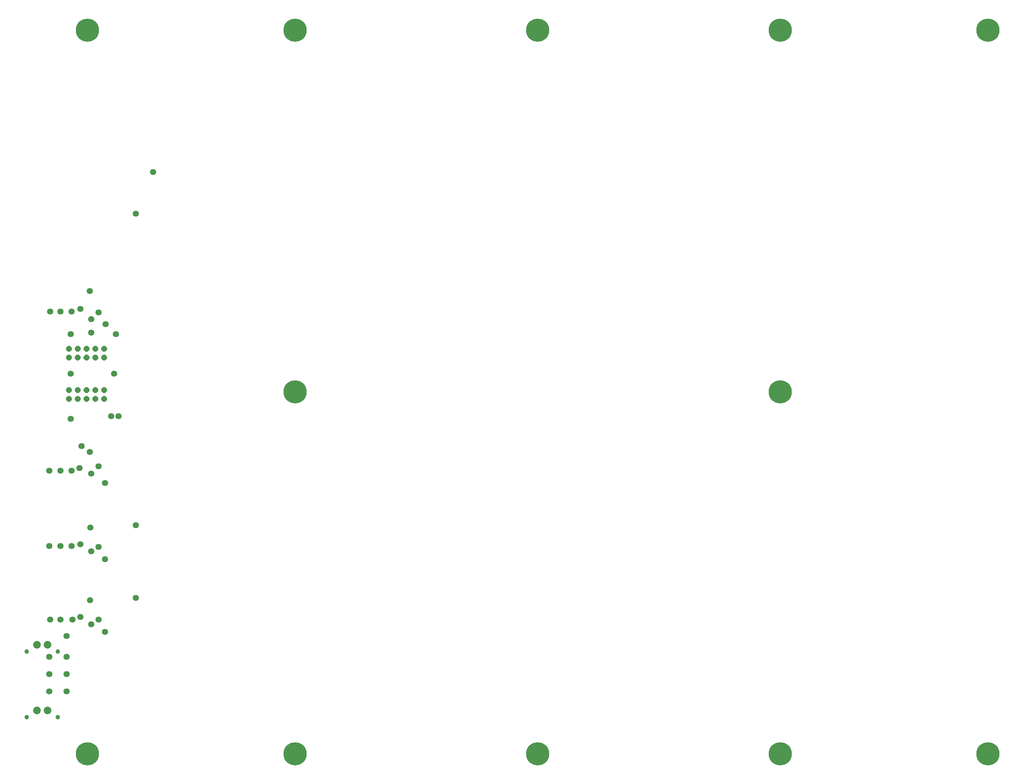
<source format=gbr>
G04 EAGLE Gerber RS-274X export*
G75*
%MOMM*%
%FSLAX34Y34*%
%LPD*%
%INSoldermask Bottom*%
%IPPOS*%
%AMOC8*
5,1,8,0,0,1.08239X$1,22.5*%
G01*
%ADD10P,1.759533X8X202.500000*%
%ADD11C,2.203200*%
%ADD12C,1.303200*%
%ADD13C,1.803200*%
%ADD14C,6.703200*%


D10*
X248300Y1244800D03*
X248300Y1270200D03*
X222900Y1244800D03*
X222900Y1270200D03*
X197500Y1244800D03*
X197500Y1270200D03*
X172100Y1244800D03*
X172100Y1270200D03*
X146700Y1244800D03*
X146700Y1270200D03*
X248300Y1124800D03*
X248300Y1150200D03*
X222900Y1124800D03*
X222900Y1150200D03*
X197500Y1124800D03*
X197500Y1150200D03*
X172100Y1124800D03*
X172100Y1150200D03*
X146700Y1124800D03*
X146700Y1150200D03*
D11*
X85000Y415000D03*
X55000Y415000D03*
D12*
X25000Y395400D03*
X115000Y395400D03*
D11*
X85000Y225000D03*
X55000Y225000D03*
D12*
X25000Y205400D03*
X115000Y205400D03*
D13*
X232500Y487500D03*
X232500Y697500D03*
X232500Y930000D03*
X232550Y1374550D03*
X92500Y1377500D03*
X122500Y1377500D03*
X155000Y1377500D03*
X90000Y917500D03*
X122500Y917500D03*
X155000Y917500D03*
X180000Y1385000D03*
X90000Y700000D03*
X122500Y700000D03*
X155000Y700000D03*
X180000Y705000D03*
X180000Y495000D03*
X157500Y487500D03*
X122500Y487500D03*
X92500Y487500D03*
X152500Y1197500D03*
X277500Y1197500D03*
X140000Y440000D03*
X90000Y380000D03*
X140000Y380000D03*
X140000Y330000D03*
X152500Y1312500D03*
X282500Y1312500D03*
X152500Y1067500D03*
X177500Y925000D03*
X90000Y330000D03*
X140000Y280000D03*
X90000Y280000D03*
X251000Y882000D03*
X207000Y972000D03*
X250800Y452200D03*
X208300Y543450D03*
X340000Y550000D03*
X390000Y1780000D03*
X251100Y662200D03*
X208600Y753450D03*
X340000Y760000D03*
X340000Y1660000D03*
X252500Y1341250D03*
X207500Y1436250D03*
X211250Y908750D03*
X183750Y988750D03*
X211250Y473750D03*
X290000Y1075000D03*
X211250Y685000D03*
X268750Y1075000D03*
X211250Y1355000D03*
X211250Y1316250D03*
D14*
X200000Y2190000D03*
X200000Y100000D03*
X2800000Y2190000D03*
X2800000Y100000D03*
X1500000Y100000D03*
X1500000Y2190000D03*
X800000Y1145000D03*
X800000Y2190000D03*
X800000Y100000D03*
X2200000Y1145000D03*
X2200000Y2190000D03*
X2200000Y100000D03*
M02*

</source>
